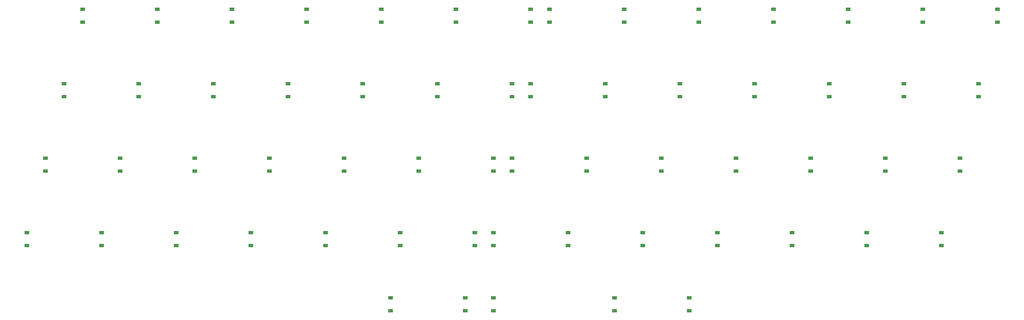
<source format=gbr>
%TF.GenerationSoftware,KiCad,Pcbnew,(6.0.6-0)*%
%TF.CreationDate,2022-07-30T10:34:08-07:00*%
%TF.ProjectId,purple-owl,70757270-6c65-42d6-9f77-6c2e6b696361,v0.1*%
%TF.SameCoordinates,Original*%
%TF.FileFunction,Paste,Top*%
%TF.FilePolarity,Positive*%
%FSLAX46Y46*%
G04 Gerber Fmt 4.6, Leading zero omitted, Abs format (unit mm)*
G04 Created by KiCad (PCBNEW (6.0.6-0)) date 2022-07-30 10:34:08*
%MOMM*%
%LPD*%
G01*
G04 APERTURE LIST*
%ADD10R,1.200000X0.900000*%
G04 APERTURE END LIST*
D10*
%TO.C,D27*%
X116681250Y-101662500D03*
X116681250Y-98362500D03*
%TD*%
%TO.C,D38*%
X169068750Y-120712500D03*
X169068750Y-117412500D03*
%TD*%
%TO.C,D42*%
X92868750Y-120712500D03*
X92868750Y-117412500D03*
%TD*%
%TO.C,D52*%
X164306250Y-139762500D03*
X164306250Y-136462500D03*
%TD*%
%TO.C,D6*%
X240506250Y-82612500D03*
X240506250Y-79312500D03*
%TD*%
%TO.C,D13*%
X121443750Y-82612500D03*
X121443750Y-79312500D03*
%TD*%
%TO.C,D2*%
X316706250Y-82612500D03*
X316706250Y-79312500D03*
%TD*%
%TO.C,D40*%
X130968750Y-120712500D03*
X130968750Y-117412500D03*
%TD*%
%TO.C,D22*%
X211931250Y-101662500D03*
X211931250Y-98362500D03*
%TD*%
%TO.C,D24*%
X173831250Y-101662500D03*
X173831250Y-98362500D03*
%TD*%
%TO.C,D37*%
X188118750Y-120712500D03*
X188118750Y-117412500D03*
%TD*%
%TO.C,D49*%
X207168750Y-139762500D03*
X207168750Y-136462500D03*
%TD*%
%TO.C,D47*%
X245268750Y-139762500D03*
X245268750Y-136462500D03*
%TD*%
%TO.C,D19*%
X254793750Y-101662500D03*
X254793750Y-98362500D03*
%TD*%
%TO.C,D43*%
X321468750Y-139762500D03*
X321468750Y-136462500D03*
%TD*%
%TO.C,D25*%
X154781250Y-101662500D03*
X154781250Y-98362500D03*
%TD*%
%TO.C,D11*%
X159543750Y-82612500D03*
X159543750Y-79312500D03*
%TD*%
%TO.C,D53*%
X145256250Y-139762500D03*
X145256250Y-136462500D03*
%TD*%
%TO.C,D8*%
X216693750Y-82612500D03*
X216693750Y-79312500D03*
%TD*%
%TO.C,D20*%
X235743750Y-101662500D03*
X235743750Y-98362500D03*
%TD*%
%TO.C,D16*%
X311943750Y-101662500D03*
X311943750Y-98362500D03*
%TD*%
%TO.C,D9*%
X197643750Y-82612500D03*
X197643750Y-79312500D03*
%TD*%
%TO.C,D41*%
X111918750Y-120712500D03*
X111918750Y-117412500D03*
%TD*%
%TO.C,D56*%
X88106250Y-139762500D03*
X88106250Y-136462500D03*
%TD*%
%TO.C,D46*%
X264318750Y-139762500D03*
X264318750Y-136462500D03*
%TD*%
%TO.C,D15*%
X330993750Y-101662500D03*
X330993750Y-98362500D03*
%TD*%
%TO.C,D57*%
X257175000Y-153131250D03*
X257175000Y-156431250D03*
%TD*%
%TO.C,D30*%
X307181250Y-120712500D03*
X307181250Y-117412500D03*
%TD*%
%TO.C,D33*%
X250031250Y-120712500D03*
X250031250Y-117412500D03*
%TD*%
%TO.C,D17*%
X292893750Y-101662500D03*
X292893750Y-98362500D03*
%TD*%
%TO.C,D51*%
X183356250Y-139762500D03*
X183356250Y-136462500D03*
%TD*%
%TO.C,D54*%
X126206250Y-139762500D03*
X126206250Y-136462500D03*
%TD*%
%TO.C,D48*%
X226218750Y-139762500D03*
X226218750Y-136462500D03*
%TD*%
%TO.C,D23*%
X192881250Y-101662500D03*
X192881250Y-98362500D03*
%TD*%
%TO.C,D36*%
X207168750Y-120712500D03*
X207168750Y-117412500D03*
%TD*%
%TO.C,D39*%
X150018750Y-120712500D03*
X150018750Y-117412500D03*
%TD*%
%TO.C,D5*%
X259556250Y-82612500D03*
X259556250Y-79312500D03*
%TD*%
%TO.C,D61*%
X180975000Y-153131250D03*
X180975000Y-156431250D03*
%TD*%
%TO.C,D3*%
X297656250Y-82612500D03*
X297656250Y-79312500D03*
%TD*%
%TO.C,D31*%
X288131250Y-120712500D03*
X288131250Y-117412500D03*
%TD*%
%TO.C,D28*%
X97631250Y-101662500D03*
X97631250Y-98362500D03*
%TD*%
%TO.C,D32*%
X269081250Y-120712500D03*
X269081250Y-117412500D03*
%TD*%
%TO.C,D60*%
X200025000Y-153131250D03*
X200025000Y-156431250D03*
%TD*%
%TO.C,D59*%
X207168750Y-153131250D03*
X207168750Y-156431250D03*
%TD*%
%TO.C,D34*%
X230981250Y-120712500D03*
X230981250Y-117412500D03*
%TD*%
%TO.C,D45*%
X283368750Y-139762500D03*
X283368750Y-136462500D03*
%TD*%
%TO.C,D44*%
X302418750Y-139762500D03*
X302418750Y-136462500D03*
%TD*%
%TO.C,D21*%
X216693750Y-101662500D03*
X216693750Y-98362500D03*
%TD*%
%TO.C,D26*%
X135731250Y-101662500D03*
X135731250Y-98362500D03*
%TD*%
%TO.C,D4*%
X278606250Y-82612500D03*
X278606250Y-79312500D03*
%TD*%
%TO.C,D14*%
X102393750Y-82612500D03*
X102393750Y-79312500D03*
%TD*%
%TO.C,D58*%
X238125000Y-153131250D03*
X238125000Y-156431250D03*
%TD*%
%TO.C,D35*%
X211931250Y-120712500D03*
X211931250Y-117412500D03*
%TD*%
%TO.C,D55*%
X107156250Y-139762500D03*
X107156250Y-136462500D03*
%TD*%
%TO.C,D10*%
X178593750Y-82612500D03*
X178593750Y-79312500D03*
%TD*%
%TO.C,D50*%
X202406250Y-139762500D03*
X202406250Y-136462500D03*
%TD*%
%TO.C,D18*%
X273843750Y-101662500D03*
X273843750Y-98362500D03*
%TD*%
%TO.C,D7*%
X221456250Y-82612500D03*
X221456250Y-79312500D03*
%TD*%
%TO.C,D1*%
X335756250Y-82612500D03*
X335756250Y-79312500D03*
%TD*%
%TO.C,D29*%
X326231250Y-120712500D03*
X326231250Y-117412500D03*
%TD*%
%TO.C,D12*%
X140493750Y-82612500D03*
X140493750Y-79312500D03*
%TD*%
M02*

</source>
